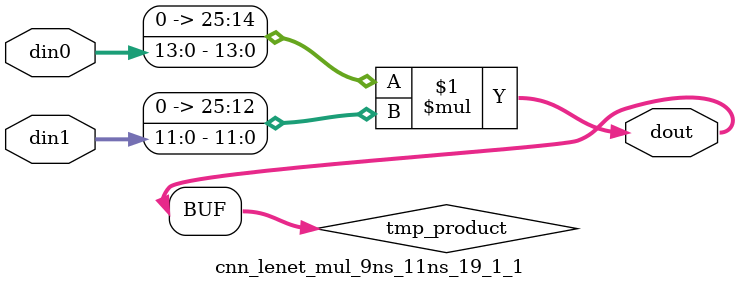
<source format=v>

`timescale 1 ns / 1 ps

  module cnn_lenet_mul_9ns_11ns_19_1_1(din0, din1, dout);
parameter ID = 1;
parameter NUM_STAGE = 0;
parameter din0_WIDTH = 14;
parameter din1_WIDTH = 12;
parameter dout_WIDTH = 26;

input [din0_WIDTH - 1 : 0] din0; 
input [din1_WIDTH - 1 : 0] din1; 
output [dout_WIDTH - 1 : 0] dout;

wire signed [dout_WIDTH - 1 : 0] tmp_product;










assign tmp_product = $signed({1'b0, din0}) * $signed({1'b0, din1});











assign dout = tmp_product;







endmodule

</source>
